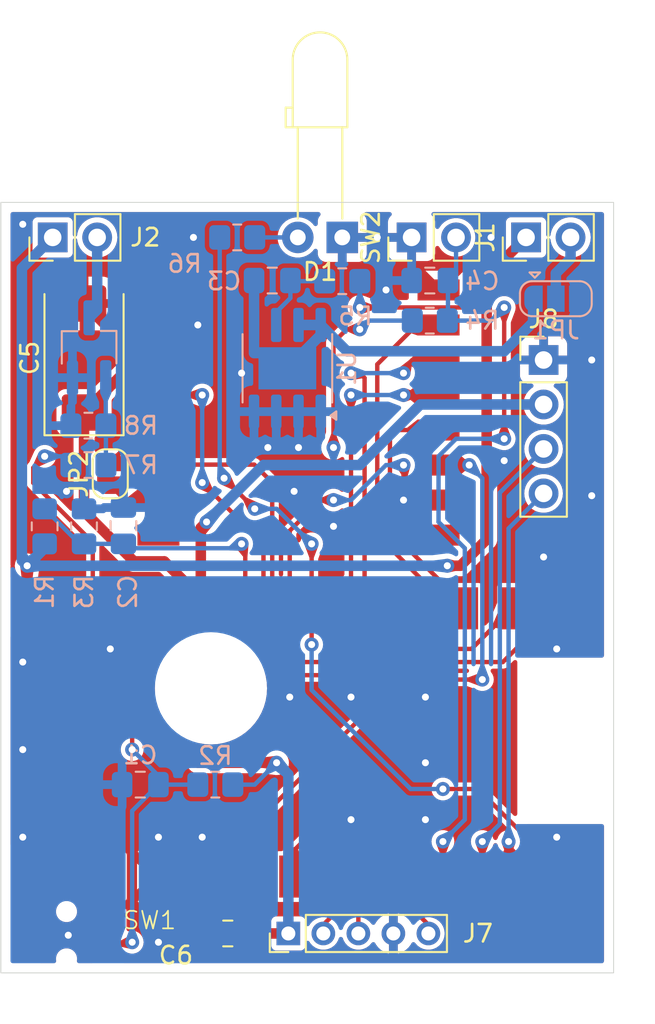
<source format=kicad_pcb>
(kicad_pcb (version 20240108) (generator "pcbnew") (generator_version "8.0")
  (layers (0 "F.Cu" signal) (31 "B.Cu" signal) (34 "B.Paste" user) (35 "F.Paste" user) (36 "B.SilkS" user "B.Silkscreen") (37 "F.SilkS" user "F.Silkscreen") (38 "B.Mask" user) (39 "F.Mask" user) (44 "Edge.Cuts" user))
  (net 0 "")
  (net 1 "/ADC_BATT")
  (net 2 "GND")
  (net 3 "-BATT")
  (net 4 "Net-(U1-VDD)")
  (net 5 "/DIO1")
  (net 6 "/MOSI")
  (net 7 "+BATT")
  (net 8 "/MISO")
  (net 9 "/RST")
  (net 10 "/SCK")
  (net 11 "/CS")
  (net 12 "/BUSY")
  (net 13 "+3.3V")
  (net 14 "/BTN_RST")
  (net 15 "/SCL")
  (net 16 "/BTN_USR")
  (net 17 "Net-(D1-A)")
  (net 18 "/SDA")
  (net 19 "/GPS_RX")
  (net 20 "Net-(JP1-A)")
  (net 21 "/LED_USR")
  (net 22 "Net-(T1-G)")
  (net 23 "/DIO2")
  (net 24 "/TXEN")
  (net 25 "/GPS_EN")
  (net 26 "/GPS_TX")
  (net 27 "/OUT_EXT")
  (net 28 "Net-(J2-Pin_2)")
  (net 29 "/RXEN")
  (footprint "SlotRa:SMD_Pad_Row_P2.54_13x1" (layer "F.Cu") (at 227.74 133.683331 -90)
    (property "Reference" "J3" (hide yes))
    (property "Value" "ControllerL")
    (pad "1" smd rect (at 0 0 270) (size 2.4 1.2) (layers "F.Cu" "F.Paste" "F.Mask") (net 9 "/RST"))
    (pad "2" smd rect (at 0 2.54 270) (size 2.4 1.2) (layers "F.Cu" "F.Paste" "F.Mask") (net 5 "/DIO1"))
    (pad "3" smd roundrect (at 0 5.079999 270) (size 2.4 1.2) (layers "F.Cu" "F.Paste" "F.Mask") (roundrect_rratio 0) (net 10 "/SCK"))
    (pad "4" smd roundrect (at 0 7.62 270) (size 2.4 1.2) (layers "F.Cu" "F.Paste" "F.Mask") (roundrect_rratio 0) (net 11 "/CS"))
    (pad "5" smd roundrect (at 0 10.16 270) (size 2.4 1.2) (layers "F.Cu" "F.Paste" "F.Mask") (roundrect_rratio 0) (net 6 "/MOSI"))
    (pad "6" smd roundrect (at 0 12.7 270) (size 2.4 1.2) (layers "F.Cu" "F.Paste" "F.Mask") (roundrect_rratio 0) (net 8 "/MISO"))
    (pad "7" smd roundrect (at 0 15.24 270) (size 2.4 1.2) (layers "F.Cu" "F.Paste" "F.Mask") (roundrect_rratio 0) (net 12 "/BUSY"))
    (pad "8" smd roundrect (at 0 17.780001 270) (size 2.4 1.2) (layers "F.Cu" "F.Paste" "F.Mask") (roundrect_rratio 0) (net 1 "/ADC_BATT"))
    (pad "9" smd roundrect (at 0 20.32 270) (size 2.4 1.2) (layers "F.Cu" "F.Paste" "F.Mask") (roundrect_rratio 0) (net 13 "+3.3V"))
    (pad "10" smd roundrect (at 0 22.86 270) (size 2.4 1.2) (layers "F.Cu" "F.Paste" "F.Mask") (roundrect_rratio 0) (net 14 "/BTN_RST"))
    (pad "11" smd roundrect (at 0 25.4 270) (size 2.4 1.2) (layers "F.Cu" "F.Paste" "F.Mask") (roundrect_rratio 0) (net 2 "GND"))
    (pad "12" smd roundrect (at 0 27.939999 270) (size 2.4 1.2) (layers "F.Cu" "F.Paste" "F.Mask") (roundrect_rratio 0))
    (pad "13" smd roundrect (at 0 30.48 270) (size 2.4 1.2) (layers "F.Cu" "F.Paste" "F.Mask") (roundrect_rratio 0) (net 7 "+BATT"))
  )
  (footprint "LED_THT:LED_D3.0mm_Horizontal_O6.35mm_Z10.0mm" (layer "F.Cu") (at 215.5 112.5 180)
    (property "Reference" "D1" (at 1.27 -1.96 180) (layer "F.SilkS"))
    (property "Value" "LED_White")
    (pad "1" thru_hole rect (at 0 0 180) (size 1.8 1.8) (drill 0.9) (layers "*.Cu" "*.Mask") (net 2 "GND"))
    (pad "2" thru_hole circle (at 2.54 0 180) (size 1.8 1.8) (drill 0.9) (layers "*.Cu" "*.Mask") (net 17 "Net-(D1-A)"))
  )
  (footprint "Capacitor_SMD:C_0805_2012Metric_Pad1.18x1.45mm_HandSolder" (layer "F.Cu") (at 208.9625 152.25)
    (property "Reference" "C6" (at -2.9625 1.25 0) (layer "F.SilkS"))
    (property "Value" "100nF")
    (pad "1" smd roundrect (at -1.0375 0) (size 1.175 1.45) (layers "F.Cu" "F.Paste" "F.Mask") (roundrect_rratio 0.212766) (net 2 "GND"))
    (pad "2" smd roundrect (at 1.0375 0) (size 1.175 1.45) (layers "F.Cu" "F.Paste" "F.Mask") (roundrect_rratio 0.212766) (net 13 "+3.3V"))
  )
  (footprint "Connector_PinHeader_2.54mm:PinHeader_1x04_P2.54mm_Vertical" (layer "F.Cu") (at 227 119.5)
    (property "Reference" "J8" (at 0 -2.33 0) (layer "F.SilkS"))
    (property "Value" "Conn_I2C")
    (pad "1" thru_hole rect (at 0 0) (size 1.7 1.7) (drill 1) (layers "*.Cu" "*.Mask") (net 2 "GND"))
    (pad "2" thru_hole oval (at 0 2.54) (size 1.7 1.7) (drill 1) (layers "*.Cu" "*.Mask") (net 13 "+3.3V"))
    (pad "3" thru_hole oval (at 0 5.08) (size 1.7 1.7) (drill 1) (layers "*.Cu" "*.Mask") (net 15 "/SCL"))
    (pad "4" thru_hole oval (at 0 7.62) (size 1.7 1.7) (drill 1) (layers "*.Cu" "*.Mask") (net 18 "/SDA"))
  )
  (footprint "SlotRa:SMD_Pad_Row_P2.54_13x1" (layer "F.Cu") (at 227.74 149 -90)
    (property "Reference" "J5" (hide yes))
    (property "Value" "ControllerR")
    (pad "1" smd rect (at 0 0 270) (size 2.4 1.2) (layers "F.Cu" "F.Paste" "F.Mask") (net 21 "/LED_USR"))
    (pad "2" smd rect (at 0 2.54 270) (size 2.4 1.2) (layers "F.Cu" "F.Paste" "F.Mask") (net 18 "/SDA"))
    (pad "3" smd roundrect (at 0 5.079999 270) (size 2.4 1.2) (layers "F.Cu" "F.Paste" "F.Mask") (roundrect_rratio 0) (net 15 "/SCL"))
    (pad "4" smd roundrect (at 0 7.62 270) (size 2.4 1.2) (layers "F.Cu" "F.Paste" "F.Mask") (roundrect_rratio 0) (net 16 "/BTN_USR"))
    (pad "5" smd roundrect (at 0 10.16 270) (size 2.4 1.2) (layers "F.Cu" "F.Paste" "F.Mask") (roundrect_rratio 0) (net 25 "/GPS_EN"))
    (pad "6" smd roundrect (at 0 12.7 270) (size 2.4 1.2) (layers "F.Cu" "F.Paste" "F.Mask") (roundrect_rratio 0) (net 26 "/GPS_TX"))
    (pad "7" smd roundrect (at 0 15.24 270) (size 2.4 1.2) (layers "F.Cu" "F.Paste" "F.Mask") (roundrect_rratio 0) (net 19 "/GPS_RX"))
    (pad "8" smd roundrect (at 0 17.780001 270) (size 2.4 1.2) (layers "F.Cu" "F.Paste" "F.Mask") (roundrect_rratio 0) (net 29 "/RXEN"))
    (pad "9" smd roundrect (at 0 20.32 270) (size 2.4 1.2) (layers "F.Cu" "F.Paste" "F.Mask") (roundrect_rratio 0) (net 2 "GND"))
    (pad "10" smd roundrect (at 0 22.86 270) (size 2.4 1.2) (layers "F.Cu" "F.Paste" "F.Mask") (roundrect_rratio 0) (net 2 "GND"))
    (pad "11" smd roundrect (at 0 25.4 270) (size 2.4 1.2) (layers "F.Cu" "F.Paste" "F.Mask") (roundrect_rratio 0) (net 27 "/OUT_EXT"))
    (pad "12" smd roundrect (at 0 27.939999 270) (size 2.4 1.2) (layers "F.Cu" "F.Paste" "F.Mask") (roundrect_rratio 0))
    (pad "13" smd roundrect (at 0 30.48 270) (size 2.4 1.2) (layers "F.Cu" "F.Paste" "F.Mask") (roundrect_rratio 0) (net 2 "GND"))
  )
  (footprint "SlotRa:SMD_Pad_Row_P2.00_8x1_longer" (layer "F.Cu") (at 205 115.5)
    (property "Reference" "J4" (hide yes))
    (property "Value" "ModemL")
    (pad "1" smd rect (at 0.5 0) (size 3.4 1.2) (layers "F.Cu" "F.Paste" "F.Mask"))
    (pad "2" smd rect (at 0 2) (size 2.4 1.2) (layers "F.Cu" "F.Paste" "F.Mask") (net 2 "GND"))
    (pad "3" smd rect (at 0 4) (size 2.4 1.2) (layers "F.Cu" "F.Paste" "F.Mask") (net 13 "+3.3V"))
    (pad "4" smd rect (at 0 6) (size 2.4 1.2) (layers "F.Cu" "F.Paste" "F.Mask") (net 9 "/RST"))
    (pad "5" smd rect (at 0 8) (size 2.4 1.2) (layers "F.Cu" "F.Paste" "F.Mask") (net 24 "/TXEN"))
    (pad "6" smd rect (at 0 10) (size 2.4 1.2) (layers "F.Cu" "F.Paste" "F.Mask") (net 5 "/DIO1"))
    (pad "7" smd rect (at 0 12) (size 2.4 1.2) (layers "F.Cu" "F.Paste" "F.Mask") (net 23 "/DIO2"))
    (pad "8" smd rect (at 0 14) (size 2.4 1.2) (layers "F.Cu" "F.Paste" "F.Mask"))
  )
  (footprint "SlotRa:KLS7-TS6335" (layer "F.Cu") (at 199.75 152.35)
    (property "Reference" "SW1" (at 4.75 -0.85 0) (layer "F.SilkS") (effects (font (thickness 0.1))))
    (property "Value" "ButRst")
    (pad "" np_thru_hole circle (at 0 -1.35) (size 0.7 0.7) (drill 0.7) (layers "F&B.Cu" "*.Mask"))
    (pad "" np_thru_hole circle (at 0 1.35) (size 0.7 0.7) (drill 0.7) (layers "F&B.Cu" "*.Mask"))
    (pad "1" smd rect (at -2.375 -0.85) (size 1.1 0.91) (layers "F.Cu" "F.Paste" "F.Mask") (net 2 "GND"))
    (pad "1" smd rect (at 2.375 -0.85) (size 1.1 0.95) (layers "F.Cu" "F.Paste" "F.Mask") (net 2 "GND"))
    (pad "2" smd rect (at -2.375 0.85) (size 1.1 0.91) (layers "F.Cu" "F.Paste" "F.Mask") (net 14 "/BTN_RST"))
    (pad "2" smd rect (at 2.375 0.85) (size 1.1 0.95) (layers "F.Cu" "F.Paste" "F.Mask") (net 14 "/BTN_RST"))
  )
  (footprint "Capacitor_Tantalum_SMD:CP_EIA-7343-31_Kemet-D" (layer "F.Cu") (at 200.75 119.3875 90)
    (property "Reference" "C5" (at 0 -3.1 90) (layer "F.SilkS"))
    (property "Value" "100u 6.3V")
    (pad "1" smd roundrect (at -3.1125 0 90) (size 2.075 2.55) (layers "F.Cu" "F.Paste" "F.Mask") (roundrect_rratio 0.120482) (net 13 "+3.3V"))
    (pad "2" smd roundrect (at 3.1125 0 90) (size 2.075 2.55) (layers "F.Cu" "F.Paste" "F.Mask") (roundrect_rratio 0.120482) (net 2 "GND"))
  )
  (footprint "Connector_PinHeader_2.54mm:PinHeader_1x02_P2.54mm_Vertical" (layer "F.Cu") (at 219.46 112.5 90)
    (property "Reference" "SW2" (at 0 -2.33 90) (layer "F.SilkS"))
    (property "Value" "ButUsr")
    (pad "1" thru_hole rect (at 0 0 90) (size 1.7 1.7) (drill 1) (layers "*.Cu" "*.Mask") (net 2 "GND"))
    (pad "2" thru_hole oval (at 0 2.54 90) (size 1.7 1.7) (drill 1) (layers "*.Cu" "*.Mask") (net 16 "/BTN_USR"))
  )
  (footprint "Connector_PinHeader_2.00mm:PinHeader_1x05_P2.00mm_Vertical" (layer "F.Cu") (at 212.420001 152.25 90)
    (property "Reference" "J7" (at 0 10.829999 180) (layer "F.SilkS"))
    (property "Value" "Conn_GPS")
    (pad "1" thru_hole rect (at 0 0 90) (size 1.35 1.35) (drill 0.8) (layers "*.Cu" "*.Mask") (net 13 "+3.3V"))
    (pad "2" thru_hole oval (at 0 2 90) (size 1.35 1.35) (drill 0.8) (layers "*.Cu" "*.Mask") (net 26 "/GPS_TX"))
    (pad "3" thru_hole oval (at 0 4 90) (size 1.35 1.35) (drill 0.8) (layers "*.Cu" "*.Mask") (net 19 "/GPS_RX"))
    (pad "4" thru_hole oval (at 0 6 90) (size 1.35 1.35) (drill 0.8) (layers "*.Cu" "*.Mask") (net 2 "GND"))
    (pad "5" thru_hole oval (at 0 8 90) (size 1.35 1.35) (drill 0.8) (layers "*.Cu" "*.Mask") (net 25 "/GPS_EN"))
  )
  (footprint "Jumper:SolderJumper-2_P1.3mm_Open_RoundedPad1.0x1.5mm" (layer "F.Cu") (at 202.25 126 90)
    (property "Reference" "JP2" (at 0 -1.8 90) (layer "F.SilkS"))
    (property "Value" "JP-TX-DIO2")
    (pad "1" smd custom (at -0.65 0 90) (size 1 0.5) (layers "F.Cu" "F.Mask") (net 23 "/DIO2") (options (clearance outline) (anchor rect)) (primitives (gr_circle (center 0 0.25) (end 0.5 0.25) (width 0) (fill yes)) (gr_circle (center 0 -0.25) (end 0.5 -0.25) (width 0) (fill yes)) (gr_poly (pts (xy 0.5 0.75) (xy 0 0.75) (xy 0 -0.75) (xy 0.5 -0.75)) (width 0) (fill yes))))
    (pad "2" smd custom (at 0.65 0 90) (size 1 0.5) (layers "F.Cu" "F.Mask") (net 24 "/TXEN") (options (clearance outline) (anchor rect)) (primitives (gr_circle (center 0 0.25) (end 0.5 0.25) (width 0) (fill yes)) (gr_circle (center 0 -0.25) (end 0.5 -0.25) (width 0) (fill yes)) (gr_poly (pts (xy 0 0.75) (xy -0.5 0.75) (xy -0.5 -0.75) (xy 0 -0.75)) (width 0) (fill yes))))
  )
  (footprint "Connector_PinHeader_2.54mm:PinHeader_1x02_P2.54mm_Vertical" (layer "F.Cu") (at 226 112.5 90)
    (property "Reference" "J1" (at 0 -2.33 90) (layer "F.SilkS"))
    (property "Value" "PinsBatt")
    (pad "1" thru_hole rect (at 0 0 90) (size 1.7 1.7) (drill 1) (layers "*.Cu" "*.Mask") (net 7 "+BATT"))
    (pad "2" thru_hole oval (at 0 2.54 90) (size 1.7 1.7) (drill 1) (layers "*.Cu" "*.Mask") (net 3 "-BATT"))
  )
  (footprint "SlotRa:SMD_Pad_Row_P2.00_8x1" (layer "F.Cu") (at 221 115.5)
    (property "Reference" "J6" (hide yes))
    (property "Value" "ModemR")
    (pad "1" smd rect (at 0 0) (size 2.4 1.2) (layers "F.Cu" "F.Paste" "F.Mask") (net 2 "GND"))
    (pad "2" smd rect (at 0 2) (size 2.4 1.2) (layers "F.Cu" "F.Paste" "F.Mask") (net 11 "/CS"))
    (pad "3" smd rect (at 0 4) (size 2.4 1.2) (layers "F.Cu" "F.Paste" "F.Mask") (net 6 "/MOSI"))
    (pad "4" smd rect (at 0 6) (size 2.4 1.2) (layers "F.Cu" "F.Paste" "F.Mask") (net 8 "/MISO"))
    (pad "5" smd rect (at 0 8) (size 2.4 1.2) (layers "F.Cu" "F.Paste" "F.Mask") (net 10 "/SCK"))
    (pad "6" smd rect (at 0 10) (size 2.4 1.2) (layers "F.Cu" "F.Paste" "F.Mask") (net 29 "/RXEN"))
    (pad "7" smd rect (at 0 12) (size 2.4 1.2) (layers "F.Cu" "F.Paste" "F.Mask") (net 12 "/BUSY"))
    (pad "8" smd rect (at 0 14) (size 2.4 1.2) (layers "F.Cu" "F.Paste" "F.Mask") (net 2 "GND"))
  )
  (footprint "SlotRa:MountingHole_5.3mm_M5" (layer "F.Cu") (at 208 138.25)
    (property "Reference" "REF**" (hide yes))
    (property "Value" "MountingHole_5.3mm_M5" (hide yes))
    (pad "" np_thru_hole circle (at 0 0) (size 5.3 5.3) (drill 5.3) (layers "*.Cu" "*.Mask"))
  )
  (footprint "Connector_PinHeader_2.54mm:PinHeader_1x02_P2.54mm_Vertical" (layer "F.Cu") (at 198.96 112.499999 90)
    (property "Reference" "J2" (at -0.000001 5.29 180) (layer "F.SilkS"))
    (property "Value" "Conn_Out_Ext")
    (pad "1" thru_hole rect (at 0 0 90) (size 1.7 1.7) (drill 1) (layers "*.Cu" "*.Mask") (net 7 "+BATT"))
    (pad "2" thru_hole oval (at 0 2.54 90) (size 1.7 1.7) (drill 1) (layers "*.Cu" "*.Mask") (net 28 "Net-(J2-Pin_2)"))
  )
  (footprint "Package_SO:SOIC-8-1EP_3.9x4.9mm_P1.27mm_EP2.41x3.3mm" (layer "B.Cu") (at 212.365 119.975 90)
    (property "Reference" "U1" (at 0 3.4 90) (layer "B.SilkS") (effects (justify mirror)))
    (property "Value" "XB8089D0")
    (pad "1" smd roundrect (at -2.475 1.905 90) (size 1.95 0.6) (layers "B.Cu" "B.Paste" "B.Mask") (net 2 "GND"))
    (pad "2" smd roundrect (at -2.475 0.635 90) (size 1.95 0.6) (layers "B.Cu" "B.Paste" "B.Mask") (net 2 "GND"))
    (pad "3" smd roundrect (at -2.475 -0.635 90) (size 1.95 0.6) (layers "B.Cu" "B.Paste" "B.Mask") (net 2 "GND"))
    (pad "4" smd roundrect (at -2.475 -1.905 90) (size 1.95 0.6) (layers "B.Cu" "B.Paste" "B.Mask") (net 2 "GND"))
    (pad "5" smd roundrect (at 2.475 -1.905 90) (size 1.95 0.6) (layers "B.Cu" "B.Paste" "B.Mask") (net 20 "Net-(JP1-A)"))
    (pad "6" smd roundrect (at 2.475 -0.635 90) (size 1.95 0.6) (layers "B.Cu" "B.Paste" "B.Mask") (net 4 "Net-(U1-VDD)"))
    (pad "7" smd roundrect (at 2.475 0.635 90) (size 1.95 0.6) (layers "B.Cu" "B.Paste" "B.Mask") (net 20 "Net-(JP1-A)"))
    (pad "8" smd roundrect (at 2.475 1.905 90) (size 1.95 0.6) (layers "B.Cu" "B.Paste" "B.Mask") (net 20 "Net-(JP1-A)"))
    (pad "9" smd rect (at 0 0 90) (size 2.41 3.3) (property pad_prop_heatsink) (layers "B.Cu" "B.Mask") (net 20 "Net-(JP1-A)"))
  )
  (footprint "Capacitor_SMD:C_0805_2012Metric_Pad1.18x1.45mm_HandSolder" (layer "B.Cu") (at 211.5 114.9625)
    (property "Reference" "C3" (at -2.75 0.0375 0) (layer "B.SilkS") (effects (justify mirror)))
    (property "Value" "100nF")
    (pad "1" smd roundrect (at -1.0375 0) (size 1.175 1.45) (layers "B.Cu" "B.Paste" "B.Mask") (roundrect_rratio 0.212766) (net 20 "Net-(JP1-A)"))
    (pad "2" smd roundrect (at 1.0375 0) (size 1.175 1.45) (layers "B.Cu" "B.Paste" "B.Mask") (roundrect_rratio 0.212766) (net 4 "Net-(U1-VDD)"))
  )
  (footprint "Resistor_SMD:R_0805_2012Metric_Pad1.20x1.40mm_HandSolder" (layer "B.Cu") (at 220.5 117.25 180)
    (property "Reference" "R4" (at -3 0 180) (layer "B.SilkS") (effects (justify mirror)))
    (property "Value" "10k")
    (pad "1" smd roundrect (at -1 0 180) (size 1.2 1.4) (layers "B.Cu" "B.Paste" "B.Mask") (roundrect_rratio 0.208333) (net 16 "/BTN_USR"))
    (pad "2" smd roundrect (at 1 0 180) (size 1.2 1.4) (layers "B.Cu" "B.Paste" "B.Mask") (roundrect_rratio 0.208333) (net 13 "+3.3V"))
  )
  (footprint "Capacitor_SMD:C_0805_2012Metric_Pad1.18x1.45mm_HandSolder" (layer "B.Cu") (at 203 128.9625 90)
    (property "Reference" "C2" (at -3.7875 0.25 90) (layer "B.SilkS") (effects (justify mirror)))
    (property "Value" "100nF")
    (pad "1" smd roundrect (at -1.0375 0 90) (size 1.175 1.45) (layers "B.Cu" "B.Paste" "B.Mask") (roundrect_rratio 0.212766) (net 1 "/ADC_BATT"))
    (pad "2" smd roundrect (at 1.0375 0 90) (size 1.175 1.45) (layers "B.Cu" "B.Paste" "B.Mask") (roundrect_rratio 0.212766) (net 2 "GND"))
  )
  (footprint "Resistor_SMD:R_0805_2012Metric_Pad1.20x1.40mm_HandSolder" (layer "B.Cu") (at 201 123.25)
    (property "Reference" "R8" (at 3 0 0) (layer "B.SilkS") (effects (justify mirror)))
    (property "Value" "10k")
    (pad "1" smd roundrect (at -1 0) (size 1.2 1.4) (layers "B.Cu" "B.Paste" "B.Mask") (roundrect_rratio 0.208333) (net 2 "GND"))
    (pad "2" smd roundrect (at 1 0) (size 1.2 1.4) (layers "B.Cu" "B.Paste" "B.Mask") (roundrect_rratio 0.208333) (net 22 "Net-(T1-G)"))
  )
  (footprint "Resistor_SMD:R_0805_2012Metric_Pad1.20x1.40mm_HandSolder" (layer "B.Cu") (at 201 125.5 180)
    (property "Reference" "R7" (at -3 0 180) (layer "B.SilkS") (effects (justify mirror)))
    (property "Value" "100")
    (pad "1" smd roundrect (at -1 0 180) (size 1.2 1.4) (layers "B.Cu" "B.Paste" "B.Mask") (roundrect_rratio 0.208333) (net 22 "Net-(T1-G)"))
    (pad "2" smd roundrect (at 1 0 180) (size 1.2 1.4) (layers "B.Cu" "B.Paste" "B.Mask") (roundrect_rratio 0.208333) (net 27 "/OUT_EXT"))
  )
  (footprint "Resistor_SMD:R_0805_2012Metric_Pad1.20x1.40mm_HandSolder" (layer "B.Cu") (at 209.5 112.5)
    (property "Reference" "R6" (at -3 1.5 0) (layer "B.SilkS") (effects (justify mirror)))
    (property "Value" "270")
    (pad "1" smd roundrect (at -1 0) (size 1.2 1.4) (layers "B.Cu" "B.Paste" "B.Mask") (roundrect_rratio 0.208333) (net 21 "/LED_USR"))
    (pad "2" smd roundrect (at 1 0) (size 1.2 1.4) (layers "B.Cu" "B.Paste" "B.Mask") (roundrect_rratio 0.208333) (net 17 "Net-(D1-A)"))
  )
  (footprint "Capacitor_SMD:C_0805_2012Metric_Pad1.18x1.45mm_HandSolder" (layer "B.Cu") (at 220.5 114.9625)
    (property "Reference" "C4" (at 3 0.0375 0) (layer "B.SilkS") (effects (justify mirror)))
    (property "Value" "100nF")
    (pad "1" smd roundrect (at -1.0375 0) (size 1.175 1.45) (layers "B.Cu" "B.Paste" "B.Mask") (roundrect_rratio 0.212766) (net 2 "GND"))
    (pad "2" smd roundrect (at 1.0375 0) (size 1.175 1.45) (layers "B.Cu" "B.Paste" "B.Mask") (roundrect_rratio 0.212766) (net 16 "/BTN_USR"))
  )
  (footprint "Resistor_SMD:R_0805_2012Metric_Pad1.20x1.40mm_HandSolder" (layer "B.Cu") (at 198.5 129 90)
    (property "Reference" "R1" (at -3.75 0 90) (layer "B.SilkS") (effects (justify mirror)))
    (property "Value" "1M")
    (pad "1" smd roundrect (at -1 0 90) (size 1.2 1.4) (layers "B.Cu" "B.Paste" "B.Mask") (roundrect_rratio 0.208333) (net 7 "+BATT"))
    (pad "2" smd roundrect (at 1 0 90) (size 1.2 1.4) (layers "B.Cu" "B.Paste" "B.Mask") (roundrect_rratio 0.208333) (net 1 "/ADC_BATT"))
  )
  (footprint "Resistor_SMD:R_0805_2012Metric_Pad1.20x1.40mm_HandSolder" (layer "B.Cu") (at 208.25 143.75 180)
    (property "Reference" "R2" (at 0 1.65 180) (layer "B.SilkS") (effects (justify mirror)))
    (property "Value" "10k")
    (pad "1" smd roundrect (at -1 0 180) (size 1.2 1.4) (layers "B.Cu" "B.Paste" "B.Mask") (roundrect_rratio 0.208333) (net 13 "+3.3V"))
    (pad "2" smd roundrect (at 1 0 180) (size 1.2 1.4) (layers "B.Cu" "B.Paste" "B.Mask") (roundrect_rratio 0.208333) (net 14 "/BTN_RST"))
  )
  (footprint "Jumper:SolderJumper-3_P1.3mm_Open_RoundedPad1.0x1.5mm" (layer "B.Cu") (at 227.7 116)
    (property "Reference" "JP1" (at 0 1.8 0) (layer "B.SilkS") (effects (justify mirror)))
    (property "Value" "JP-EnableProt")
    (pad "1" smd custom (at -1.3 0) (size 1 0.5) (layers "B.Cu" "B.Mask") (net 20 "Net-(JP1-A)") (options (clearance outline) (anchor rect)) (primitives (gr_circle (center 0 -0.25) (end 0.5 -0.25) (width 0) (fill yes)) (gr_circle (center 0 0.25) (end 0.5 0.25) (width 0) (fill yes)) (gr_poly (pts (xy 0.55 -0.75) (xy 0 -0.75) (xy 0 0.75) (xy 0.55 0.75)) (width 0) (fill yes))))
    (pad "2" smd rect (at 0 0) (size 1 1.5) (layers "B.Cu" "B.Mask") (net 3 "-BATT"))
    (pad "3" smd custom (at 1.3 0) (size 1 0.5) (layers "B.Cu" "B.Mask") (net 2 "GND") (options (clearance outline) (anchor rect)) (primitives (gr_circle (center 0 -0.25) (end 0.5 -0.25) (width 0) (fill yes)) (gr_circle (center 0 0.25) (end 0.5 0.25) (width 0) (fill yes)) (gr_poly (pts (xy 0 -0.75) (xy -0.55 -0.75) (xy -0.55 0.75) (xy 0 0.75)) (width 0) (fill yes))))
  )
  (footprint "Resistor_SMD:R_0805_2012Metric_Pad1.20x1.40mm_HandSolder" (layer "B.Cu") (at 200.75 129 90)
    (property "Reference" "R3" (at -3.75 0 90) (layer "B.SilkS") (effects (justify mirror)))
    (property "Value" "1.5M")
    (pad "1" smd roundrect (at -1 0 90) (size 1.2 1.4) (layers "B.Cu" "B.Paste" "B.Mask") (roundrect_rratio 0.208333) (net 1 "/ADC_BATT"))
    (pad "2" smd roundrect (at 1 0 90) (size 1.2 1.4) (layers "B.Cu" "B.Paste" "B.Mask") (roundrect_rratio 0.208333) (net 2 "GND"))
  )
  (footprint "SlotRa:TSOT-23_HandSoldering_Updated" (layer "B.Cu") (at 201.240002 118.799998 -90)
    (property "Reference" "T1" (hide yes))
    (property "Value" "SI2312")
    (pad "1" smd roundrect (at -1.71 0.2 90) (size 2 0.65) (layers "B.Cu" "B.Paste" "B.Mask") (net 28 "Net-(J2-Pin_2)"))
    (pad "2" smd roundrect (at 1.710001 -0.75 90) (size 2 0.65) (layers "B.Cu" "B.Paste" "B.Mask") (net 22 "Net-(T1-G)"))
    (pad "3" smd roundrect (at 1.71 1.15 90) (size 2 0.65) (layers "B.Cu" "B.Paste" "B.Mask") (net 2 "GND"))
  )
  (footprint "Capacitor_SMD:C_0805_2012Metric_Pad1.18x1.45mm_HandSolder" (layer "B.Cu") (at 203.9625 143.75 180)
    (property "Reference" "C1" (at 0 1.68 180) (layer "B.SilkS") (effects (justify mirror)))
    (property "Value" "100nF")
    (pad "1" smd roundrect (at -1.0375 0 180) (size 1.175 1.45) (layers "B.Cu" "B.Paste" "B.Mask") (roundrect_rratio 0.212766) (net 14 "/BTN_RST"))
    (pad "2" smd roundrect (at 1.0375 0 180) (size 1.175 1.45) (layers "B.Cu" "B.Paste" "B.Mask") (roundrect_rratio 0.212766) (net 2 "GND"))
  )
  (footprint "Resistor_SMD:R_0805_2012Metric_Pad1.20x1.40mm_HandSolder" (layer "B.Cu") (at 215.5 115)
    (property "Reference" "R5" (at 0.75 2 0) (layer "B.SilkS") (effects (justify mirror)))
    (property "Value" "1k")
    (pad "1" smd roundrect (at -1 0) (size 1.2 1.4) (layers "B.Cu" "B.Paste" "B.Mask") (roundrect_rratio 0.208333) (net 4 "Net-(U1-VDD)"))
    (pad "2" smd roundrect (at 1 0) (size 1.2 1.4) (layers "B.Cu" "B.Paste" "B.Mask") (roundrect_rratio 0.208333) (net 7 "+BATT"))
  )
  (gr_rect (start 196 110.5) (end 231 154.5) (stroke (width 0.05)) (fill none) (layer "Edge.Cuts"))
  (segment (start 209.75 130) (end 209.959999 130.209999) (width 0.25) (layer "F.Cu") (net 1))
  (segment (start 209.959999 130.209999) (end 209.959999 133.683331) (width 0.25) (layer "F.Cu") (net 1))
  (via (at 209.75 130) (size 0.8) (drill 0.4) (layers "F.Cu" "B.Cu") (net 1))
  (segment (start 203.25 130.25) (end 203 130) (width 0.25) (layer "B.Cu") (net 1))
  (segment (start 200.75 130) (end 203 130) (width 0.25) (layer "B.Cu") (net 1))
  (segment (start 198.5 128) (end 200.5 130) (width 0.25) (layer "B.Cu") (net 1))
  (segment (start 200.5 130) (end 200.75 130) (width 0.25) (layer "B.Cu") (net 1))
  (segment (start 209.5 130.25) (end 203.25 130.25) (width 0.25) (layer "B.Cu") (net 1))
  (segment (start 209.75 130) (end 209.5 130.25) (width 0.25) (layer "B.Cu") (net 1))
  (segment (start 202.25 136) (end 202.25 133.773331) (width 0.5) (layer "F.Cu") (net 2))
  (segment (start 197.375 151.5) (end 199 151.5) (width 0.25) (layer "F.Cu") (net 2))
  (segment (start 202.125 151.5) (end 200.7 151.5) (width 0.25) (layer "F.Cu") (net 2))
  (segment (start 199 151.5) (end 199.85 152.35) (width 0.25) (layer "F.Cu") (net 2))
  (segment (start 200.7 151.5) (end 199.85 152.35) (width 0.25) (layer "F.Cu") (net 2))
  (segment (start 201.975 117.5) (end 205 117.5) (width 0.6) (layer "F.Cu") (net 2))
  (segment (start 220.4 129.5) (end 221 129.5) (width 0.25) (layer "F.Cu") (net 2))
  (segment (start 219 127.5) (end 219 128.1) (width 0.25) (layer "F.Cu") (net 2))
  (segment (start 205 117.5) (end 207.25 117.5) (width 0.6) (layer "F.Cu") (net 2))
  (segment (start 202.25 133.773331) (end 202.34 133.683331) (width 0.5) (layer "F.Cu") (net 2))
  (segment (start 200.75 116.275) (end 201.975 117.5) (width 0.6) (layer "F.Cu") (net 2))
  (segment (start 219 128.1) (end 220.4 129.5) (width 0.25) (layer "F.Cu") (net 2))
  (via (at 211.25 124.5) (size 0.8) (drill 0.4) (layers "F.Cu" "B.Cu") (net 2))
  (via (at 212.5 138.75) (size 0.8) (drill 0.4) (layers "F.Cu" "B.Cu") (net 2))
  (via (at 224.75 125.25) (size 0.8) (drill 0.4) (layers "F.Cu" "B.Cu") (net 2))
  (via (at 215 129) (size 0.8) (drill 0.4) (layers "F.Cu" "B.Cu") (net 2))
  (via (at 227.75 146.75) (size 0.8) (drill 0.4) (layers "F.Cu" "B.Cu") (net 2))
  (via (at 216 138.75) (size 0.8) (drill 0.4) (layers "F.Cu" "B.Cu") (net 2))
  (via (at 207 112.5) (size 0.8) (drill 0.4) (layers "F.Cu" "B.Cu") (net 2))
  (via (at 220.25 142.5) (size 0.8) (drill 0.4) (layers "F.Cu" "B.Cu") (net 2))
  (via (at 197.25 111.75) (size 0.8) (drill 0.4) (layers "F.Cu" "B.Cu") (net 2))
  (via (at 216 145.75) (size 0.8) (drill 0.4) (layers "F.Cu" "B.Cu") (net 2))
  (via (at 218 115.5) (size 0.8) (drill 0.4) (layers "F.Cu" "B.Cu") (net 2))
  (via (at 224 112.5) (size 0.8) (drill 0.4) (layers "F.Cu" "B.Cu") (net 2))
  (via (at 219 127.5) (size 0.8) (drill 0.4) (layers "F.Cu" "B.Cu") (net 2))
  (via (at 197.25 136.75) (size 0.8) (drill 0.4) (layers "F.Cu" "B.Cu") (net 2))
  (via (at 197.25 141.75) (size 0.8) (drill 0.4) (layers "F.Cu" "B.Cu") (net 2))
  (via (at 202.25 136.001) (size 0.8) (drill 0.4) (layers "F.Cu" "B.Cu") (net 2))
  (via (at 209.75 120.25) (size 0.8) (drill 0.4) (layers "F.Cu" "B.Cu") (net 2))
  (via (at 217.5 112.5) (size 0.8) (drill 0.4) (layers "F.Cu" "B.Cu") (net 2))
  (via (at 199.75 127) (size 0.8) (drill 0.4) (layers "F.Cu" "B.Cu") (net 2))
  (via (at 220.25 138.75) (size 0.8) (drill 0.4) (layers "F.Cu" "B.Cu") (net 2))
  (via (at 213 124.5) (size 0.8) (drill 0.4) (layers "F.Cu" "B.Cu") (net 2))
  (via (at 220.25 145.75) (size 0.8) (drill 0.4) (layers "F.Cu" "B.Cu") (net 2))
  (via (at 229.75 127.25) (size 0.8) (drill 0.4) (layers "F.Cu" "B.Cu") (net 2))
  (via (at 207.5 146.75) (size 0.8) (drill 0.4) (layers "F.Cu" "B.Cu") (net 2))
  (via (at 212.75 127) (size 0.8) (drill 0.4) (layers "F.Cu" "B.Cu") (net 2))
  (via (at 197.25 146.75) (size 0.8) (drill 0.4) (layers "F.Cu" "B.Cu") (net 2))
  (via (at 199.85 152.35) (size 0.8) (drill 0.4) (layers "F.Cu" "B.Cu") (net 2))
  (via (at 207.25 117.5) (size 0.8) (drill 0.4) (layers "F.Cu" "B.Cu") (net 2))
  (via (at 229.75 119.5) (size 0.8) (drill 0.4) (layers "F.Cu" "B.Cu") (net 2))
  (via (at 205 152.75) (size 0.8) (drill 0.4) (layers "F.Cu" "B.Cu") (net 2))
  (via (at 205 146.75) (size 0.8) (drill 0.4) (layers "F.Cu" "B.Cu") (net 2))
  (via (at 227.75 136) (size 0.8) (drill 0.4) (layers "F.Cu" "B.Cu") (net 2))
  (via (at 227 130.75) (size 0.8) (drill 0.4) (layers "F.Cu" "B.Cu") (net 2))
  (segment (start 227.7 114.55) (end 228.54 113.71) (width 0.6) (layer "B.Cu") (net 3))
  (segment (start 227.7 116) (end 227.7 114.55) (width 0.6) (layer "B.Cu") (net 3))
  (segment (start 228.54 113.71) (end 228.54 112.5) (width 0.6) (layer "B.Cu") (net 3))
  (segment (start 211.73 116.77) (end 212.5375 115.9625) (width 0.25) (layer "B.Cu") (net 4))
  (segment (start 211.73 117.5) (end 211.73 116.77) (width 0.25) (layer "B.Cu") (net 4))
  (segment (start 212.575 115) (end 212.5375 114.9625) (width 0.25) (layer "B.Cu") (net 4))
  (segment (start 212.5375 115.9625) (end 212.5375 114.9625) (width 0.25) (layer "B.Cu") (net 4))
  (segment (start 214.5 115) (end 212.575 115) (width 0.25) (layer "B.Cu") (net 4))
  (segment (start 216.25 136) (end 222.883331 136) (width 0.25) (layer "F.Cu") (net 5))
  (segment (start 205 125.5) (end 205.025 125.475) (width 0.25) (layer "F.Cu") (net 5))
  (segment (start 205.025 125.475) (end 210.475 125.475) (width 0.25) (layer "F.Cu") (net 5))
  (segment (start 210.475 125.475) (end 211.5 126.5) (width 0.25) (layer "F.Cu") (net 5))
  (segment (start 222.883331 136) (end 225.2 133.683331) (width 0.25) (layer "F.Cu") (net 5))
  (segment (start 211.5 126.5) (end 211.5 135.75) (width 0.25) (layer "F.Cu") (net 5))
  (segment (start 215.5 136.75) (end 216.25 136) (width 0.25) (layer "F.Cu") (net 5))
  (segment (start 212.5 136.75) (end 215.5 136.75) (width 0.25) (layer "F.Cu") (net 5))
  (segment (start 211.5 135.75) (end 212.5 136.75) (width 0.25) (layer "F.Cu") (net 5))
  (segment (start 219.5 119.5) (end 221 119.5) (width 0.25) (layer "F.Cu") (net 6))
  (segment (start 216.775 132.878331) (end 217.58 133.683331) (width 0.25) (layer "F.Cu") (net 6))
  (segment (start 216 120.25) (end 216.5 120.25) (width 0.25) (layer "F.Cu") (net 6))
  (segment (start 217.58 133.683331) (end 217.58 133.08) (width 0.25) (layer "F.Cu") (net 6))
  (segment (start 219 120.5) (end 219 120) (width 0.25) (layer "F.Cu") (net 6))
  (segment (start 219 120) (end 219.5 119.5) (width 0.25) (layer "F.Cu") (net 6))
  (segment (start 216.775 120.525) (end 216.775 132.878331) (width 0.25) (layer "F.Cu") (net 6))
  (segment (start 216.5 120.25) (end 216.775 120.525) (width 0.25) (layer "F.Cu") (net 6))
  (via (at 216 120.25) (size 0.8) (drill 0.4) (layers "F.Cu" "B.Cu") (net 6))
  (via (at 219 120.25) (size 0.8) (drill 0.4) (layers "F.Cu" "B.Cu") (net 6))
  (segment (start 216 120.25) (end 219 120.25) (width 0.25) (layer "B.Cu") (net 6))
  (segment (start 223.5 116.5) (end 223.75 116.25) (width 0.25) (layer "F.Cu") (net 7))
  (segment (start 223.75 114.75) (end 223.75 116.25) (width 0.6) (layer "F.Cu") (net 7))
  (segment (start 197.5 131.25) (end 197.5 133.443331) (width 0.6) (layer "F.Cu") (net 7))
  (segment (start 223.75 129.75) (end 222.25 131.25) (width 0.6) (layer "F.Cu") (net 7))
  (segment (start 222.25 131.25) (end 221.5 131.25) (width 0.6) (layer "F.Cu") (net 7))
  (segment (start 216.5 116.5) (end 223.5 116.5) (width 0.25) (layer "F.Cu") (net 7))
  (segment (start 223.75 116.25) (end 223.75 129.75) (width 0.6) (layer "F.Cu") (net 7))
  (segment (start 226 112.5) (end 223.75 114.75) (width 0.6) (layer "F.Cu") (net 7))
  (segment (start 197.5 133.443331) (end 197.26 133.683331) (width 0.6) (layer "F.Cu") (net 7))
  (via (at 221.5 131.25) (size 0.8) (drill 0.4) (layers "F.Cu" "B.Cu") (net 7))
  (via (at 216.5 116.5) (size 0.8) (drill 0.4) (layers "F.Cu" "B.Cu") (net 7))
  (via (at 197.5 131.25) (size 0.8) (drill 0.4) (layers "F.Cu" "B.Cu") (net 7))
  (segment (start 198.5 130) (end 198.5 130.25) (width 0.6) (layer "B.Cu") (net 7))
  (segment (start 197.2 114.259999) (end 198.96 112.499999) (width 0.6) (layer "B.Cu") (net 7))
  (segment (start 197.5 131.25) (end 197.2 130.95) (width 0.6) (layer "B.Cu") (net 7))
  (segment (start 221.5 131.25) (end 197.5 131.25) (width 0.6) (layer "B.Cu") (net 7))
  (segment (start 197.2 130.95) (end 197.2 114.259999) (width 0.6) (layer "B.Cu") (net 7))
  (segment (start 216.5 115) (end 216.5 116.5) (width 0.25) (layer "B.Cu") (net 7))
  (segment (start 198.5 130.25) (end 197.5 131.25) (width 0.6) (layer "B.Cu") (net 7))
  (segment (start 216 132) (end 216 121.5) (width 0.25) (layer "F.Cu") (net 8))
  (segment (start 215.04 132.96) (end 216 132) (width 0.25) (layer "F.Cu") (net 8))
  (segment (start 215.04 133.683331) (end 215.04 132.96) (width 0.25) (layer "F.Cu") (net 8))
  (segment (start 219 121.5) (end 221 121.5) (width 0.25) (layer "F.Cu") (net 8))
  (via (at 216 121.5) (size 0.8) (drill 0.4) (layers "F.Cu" "B.Cu") (net 8))
  (via (at 219 121.5) (size 0.8) (drill 0.4) (layers "F.Cu" "B.Cu") (net 8))
  (segment (start 216 121.5) (end 219 121.5) (width 0.25) (layer "B.Cu") (net 8))
  (segment (start 224.673331 136.75) (end 227.74 133.683331) (width 0.25) (layer "F.Cu") (net 9))
  (segment (start 211 136.5) (end 212 137.5) (width 0.25) (layer "F.Cu") (net 9))
  (segment (start 207.5 121.5) (end 205 121.5) (width 0.25) (layer "F.Cu") (net 9))
  (segment (start 215.75 137.5) (end 216.5 136.75) (width 0.25) (layer "F.Cu") (net 9))
  (segment (start 207.5 126.5) (end 211 130) (width 0.25) (layer "F.Cu") (net 9))
  (segment (start 212 137.5) (end 215.75 137.5) (width 0.25) (layer "F.Cu") (net 9))
  (segment (start 211 130) (end 211 136.5) (width 0.25) (layer "F.Cu") (net 9))
  (segment (start 216.5 136.75) (end 224.673331 136.75) (width 0.25) (layer "F.Cu") (net 9))
  (via (at 207.5 126.5) (size 0.8) (drill 0.4) (layers "F.Cu" "B.Cu") (net 9))
  (via (at 207.5 121.5) (size 0.8) (drill 0.4) (layers "F.Cu" "B.Cu") (net 9))
  (segment (start 207.5 126.5) (end 207.5 121.5) (width 0.25) (layer "B.Cu") (net 9))
  (segment (start 218.225 123.775) (end 218.5 123.5) (width 0.25) (layer "F.Cu") (net 10))
  (segment (start 222.660001 133.683331) (end 218.225 129.24833) (width 0.25) (layer "F.Cu") (net 10))
  (segment (start 218.5 123.5) (end 221 123.5) (width 0.25) (layer "F.Cu") (net 10))
  (segment (start 218.225 129.24833) (end 218.225 123.775) (width 0.25) (layer "F.Cu") (net 10))
  (segment (start 217.5 119.75) (end 219.75 117.5) (width 0.25) (layer "F.Cu") (net 11))
  (segment (start 219.75 117.5) (end 221 117.5) (width 0.25) (layer "F.Cu") (net 11))
  (segment (start 220.12 133.683331) (end 220.12 132.12) (width 0.25) (layer "F.Cu") (net 11))
  (segment (start 217.5 129.5) (end 217.5 119.75) (width 0.25) (layer "F.Cu") (net 11))
  (segment (start 220.12 132.12) (end 217.5 129.5) (width 0.25) (layer "F.Cu") (net 11))
  (segment (start 219 125.5) (end 219 126.1) (width 0.25) (layer "F.Cu") (net 12))
  (segment (start 219 126.1) (end 220.4 127.5) (width 0.25) (layer "F.Cu") (net 12))
  (segment (start 220.4 127.5) (end 221 127.5) (width 0.25) (layer "F.Cu") (net 12))
  (segment (start 212.5 133.683331) (end 212.5 129.25) (width 0.25) (layer "F.Cu") (net 12))
  (segment (start 214.25 127.5) (end 215 127.5) (width 0.25) (layer "F.Cu") (net 12))
  (segment (start 212.5 129.25) (end 214.25 127.5) (width 0.25) (layer "F.Cu") (net 12))
  (via (at 215 127.5) (size 0.8) (drill 0.4) (layers "F.Cu" "B.Cu") (net 12))
  (via (at 219 125.5) (size 0.8) (drill 0.4) (layers "F.Cu" "B.Cu") (net 12))
  (segment (start 216 127.5) (end 218 125.5) (width 0.25) (layer "B.Cu") (net 12))
  (segment (start 215 127.5) (end 216 127.5) (width 0.25) (layer "B.Cu") (net 12))
  (segment (start 218 125.5) (end 219 125.5) (width 0.25) (layer "B.Cu") (net 12))
  (segment (start 215.75 117.75) (end 216.5 117.75) (width 0.25) (layer "F.Cu") (net 13))
  (segment (start 215 118.5) (end 215.75 117.75) (width 0.25) (layer "F.Cu") (net 13))
  (segment (start 203.75 119.5) (end 205 119.5) (width 0.6) (layer "F.Cu") (net 13))
  (segment (start 205.336669 131) (end 207.42 133.083331) (width 0.6) (layer "F.Cu") (net 13))
  (segment (start 200.75 122.5) (end 200.75 128.15) (width 0.6) (layer "F.Cu") (net 13))
  (segment (start 200.75 128.15) (end 203.6 131) (width 0.6) (layer "F.Cu") (net 13))
  (segment (start 212.420001 152.25) (end 210 152.25) (width 0.6) (layer "F.Cu") (net 13))
  (segment (start 207.42 133.683331) (end 207.42 133.867482) (width 0.6) (layer "F.Cu") (net 13))
  (segment (start 207.42 133.867482) (end 204.497372 136.79011) (width 0.6) (layer "F.Cu") (net 13))
  (segment (start 207.25 142.5) (end 211.75 142.5) (width 0.6) (layer "F.Cu") (net 13))
  (segment (start 204.497372 139.747372) (end 207.25 142.5) (width 0.6) (layer "F.Cu") (net 13))
  (segment (start 207.42 129.08) (end 207.75 128.75) (width 0.6) (layer "F.Cu") (net 13))
  (segment (start 207.42 133.083331) (end 207.42 133.683331) (width 0.6) (layer "F.Cu") (net 13))
  (segment (start 203.6 131) (end 205.336669 131) (width 0.6) (layer "F.Cu") (net 13))
  (segment (start 215 124.501) (end 215 118.5) (width 0.25) (layer "F.Cu") (net 13))
  (segment (start 204.497372 136.79011) (end 204.497372 139.747372) (width 0.6) (layer "F.Cu") (net 13))
  (segment (start 207.42 133.683331) (end 207.42 129.08) (width 0.6) (layer "F.Cu") (net 13))
  (segment (start 200.75 122.5) (end 203.75 119.5) (width 0.6) (layer "F.Cu") (net 13))
  (via (at 211.75 142.5) (size 0.8) (drill 0.4) (layers "F.Cu" "B.Cu") (net 13))
  (via (at 215 124.5) (size 0.8) (drill 0.4) (layers "F.Cu" "B.Cu") (net 13))
  (via (at 207.75 128.75) (size 0.8) (drill 0.4) (layers "F.Cu" "B.Cu") (net 13))
  (via (at 216.5 117.75) (size 0.8) (drill 0.4) (layers "F.Cu" "B.Cu") (net 13))
  (segment (start 216.5 125.5) (end 219.96 122.04) (width 0.6) (layer "B.Cu") (net 13))
  (segment (start 219.5 117.25) (end 217 117.25) (width 0.25) (layer "B.Cu") (net 13))
  (segment (start 211.75 142.5) (end 210.5 143.75) (width 0.25) (layer "B.Cu") (net 13))
  (segment (start 219.96 122.04) (end 227 122.04) (width 0.6) (layer "B.Cu") (net 13))
  (segment (start 212.420001 143.170001) (end 211.75 142.5) (width 0.6) (layer "B.Cu") (net 13))
  (segment (start 211 125.5) (end 215.25 125.5) (width 0.6) (layer "B.Cu") (net 13))
  (segment (start 212.420001 151.75) (end 212.420001 143.170001) (width 0.6) (layer "B.Cu") (net 13))
  (segment (start 207.75 128.75) (end 211 125.5) (width 0.6) (layer "B.Cu") (net 13))
  (segment (start 215.25 125.5) (end 216.5 125.5) (width 0.6) (layer "B.Cu") (net 13))
  (segment (start 217 117.25) (end 216.5 117.75) (width 0.25) (layer "B.Cu") (net 13))
  (segment (start 215 124.5) (end 215 125.5) (width 0.25) (layer "B.Cu") (net 13))
  (segment (start 210.5 143.75) (end 209.25 143.75) (width 0.25) (layer "B.Cu") (net 13))
  (segment (start 202.475 152.85) (end 202.125 153.2) (width 0.25) (layer "F.Cu") (net 14))
  (segment (start 204.88 133.683331) (end 203.5 135.063331) (width 0.25) (layer "F.Cu") (net 14))
  (segment (start 203.5 135.063331) (end 203.5 141.75) (width 0.25) (layer "F.Cu") (net 14))
  (segment (start 203.5 152.85) (end 202.475 152.85) (width 0.25) (layer "F.Cu") (net 14))
  (via (at 203.5 141.75) (size 0.8) (drill 0.4) (layers "F.Cu" "B.Cu") (net 14))
  (via (at 203.5 152.75) (size 0.8) (drill 0.4) (layers "F.Cu" "B.Cu") (net 14))
  (segment (start 203.5 141.75) (end 205 143.25) (width 0.25) (layer "B.Cu") (net 14))
  (segment (start 205 143.25) (end 205 143.75) (width 0.25) (layer "B.Cu") (net 14))
  (segment (start 207.25 143.75) (end 205 143.75) (width 0.25) (layer "B.Cu") (net 14))
  (segment (start 203.5 145.25) (end 203.5 152.75) (width 0.25) (layer "B.Cu") (net 14))
  (segment (start 205 143.75) (end 203.5 145.25) (width 0.25) (layer "B.Cu") (net 14))
  (segment (start 223.5 147) (end 223.5 148.160001) (width 0.25) (layer "F.Cu") (net 15))
  (segment (start 223.5 148.160001) (end 222.660001 149) (width 0.25) (layer "F.Cu") (net 15))
  (via (at 223.5 147) (size 0.8) (drill 0.4) (layers "F.Cu" "B.Cu") (net 15))
  (segment (start 227 124.58) (end 224.5 127.08) (width 0.25) (layer "B.Cu") (net 15))
  (segment (start 224.5 127.08) (end 224.5 146) (width 0.25) (layer "B.Cu") (net 15))
  (segment (start 224.5 146) (end 223.5 147) (width 0.25) (layer "B.Cu") (net 15))
  (segment (start 221.25 147.87) (end 220.12 149) (width 0.25) (layer "F.Cu") (net 16))
  (segment (start 224.75 116.5) (end 224.75 124) (width 0.25) (layer "F.Cu") (net 16))
  (segment (start 221.25 147) (end 221.25 147.87) (width 0.25) (layer "F.Cu") (net 16))
  (via (at 224.75 116.5) (size 0.8) (drill 0.4) (layers "F.Cu" "B.Cu") (net 16))
  (via (at 221.25 147) (size 0.8) (drill 0.4) (layers "F.Cu" "B.Cu") (net 16))
  (via (at 224.75 124) (size 0.8) (drill 0.4) (layers "F.Cu" "B.Cu") (net 16))
  (segment (start 221.5375 117.2125) (end 221.5 117.25) (width 0.25) (layer "B.Cu") (net 16))
  (segment (start 222.5 145.75) (end 221.25 147) (width 0.25) (layer "B.Cu") (net 16))
  (segment (start 221 125) (end 221 128.75) (width 0.25) (layer "B.Cu") (net 16))
  (segment (start 222.5 130.25) (end 222.5 145.75) (width 0.25) (layer "B.Cu") (net 16))
  (segment (start 221.5 117.25) (end 224 117.25) (width 0.25) (layer "B.Cu") (net 16))
  (segment (start 221 128.75) (end 222.5 130.25) (width 0.25) (layer "B.Cu") (net 16))
  (segment (start 222 112.5) (end 222 114.5) (width 0.25) (layer "B.Cu") (net 16))
  (segment (start 224 117.25) (end 224.75 116.5) (width 0.25) (layer "B.Cu") (net 16))
  (segment (start 224.75 124) (end 222 124) (width 0.25) (layer "B.Cu") (net 16))
  (segment (start 221.5375 114.9625) (end 221.5375 117.2125) (width 0.25) (layer "B.Cu") (net 16))
  (segment (start 222 124) (end 221 125) (width 0.25) (layer "B.Cu") (net 16))
  (segment (start 222 114.5) (end 221.5375 114.9625) (width 0.25) (layer "B.Cu") (net 16))
  (segment (start 212.96 112.5) (end 210.5 112.5) (width 0.25) (layer "B.Cu") (net 17))
  (segment (start 225 147) (end 225 148.8) (width 0.25) (layer "F.Cu") (net 18))
  (segment (start 225 148.8) (end 225.2 149) (width 0.25) (layer "F.Cu") (net 18))
  (via (at 225 147) (size 0.8) (drill 0.4) (layers "F.Cu" "B.Cu") (net 18))
  (segment (start 225 129.12) (end 225 147) (width 0.25) (layer "B.Cu") (net 18))
  (segment (start 227 127.12) (end 225 129.12) (width 0.25) (layer "B.Cu") (net 18))
  (segment (start 213.75 146.5) (end 212.5 147.75) (width 0.25) (layer "F.Cu") (net 19))
  (segment (start 215.5 146.5) (end 213.75 146.5) (width 0.25) (layer "F.Cu") (net 19))
  (segment (start 216.420001 152.25) (end 216.420001 147.420001) (width 0.25) (layer "F.Cu") (net 19))
  (segment (start 212.5 147.75) (end 212.5 149) (width 0.25) (layer "F.Cu") (net 19))
  (segment (start 216.420001 147.420001) (end 215.5 146.5) (width 0.25) (layer "F.Cu") (net 19))
  (segment (start 216.25 152.079999) (end 216.420001 152.25) (width 0.25) (layer "F.Cu") (net 19))
  (segment (start 211.495 119.105) (end 212.365 119.975) (width 0.6) (layer "B.Cu") (net 20))
  (segment (start 226.4 117.35) (end 226.4 116) (width 0.6) (layer "B.Cu") (net 20))
  (segment (start 214.27 117.5) (end 213.69 117.5) (width 0.6) (layer "B.Cu") (net 20))
  (segment (start 210.46 117.5) (end 210.46 119.105) (width 0.6) (layer "B.Cu") (net 20))
  (segment (start 210.46 117.5) (end 210.46 114.965) (width 0.6) (layer "B.Cu") (net 20))
  (segment (start 215.77 119) (end 224.75 119) (width 0.6) (layer "B.Cu") (net 20))
  (segment (start 210.46 114.965) (end 210.4625 114.9625) (width 0.6) (layer "B.Cu") (net 20))
  (segment (start 214.27 118.07) (end 212.365 119.975) (width 0.6) (layer "B.Cu") (net 20))
  (segment (start 210.46 119.105) (end 211.495 119.105) (width 0.6) (layer "B.Cu") (net 20))
  (segment (start 214.27 117.5) (end 214.27 118.07) (width 0.6) (layer "B.Cu") (net 20))
  (segment (start 224.75 119) (end 226.4 117.35) (width 0.6) (layer "B.Cu") (net 20))
  (segment (start 214.27 117.5) (end 215.77 119) (width 0.6) (layer "B.Cu") (net 20))
  (segment (start 213.69 117.5) (end 213 117.5) (width 0.6) (layer "B.Cu") (net 20))
  (segment (start 208.75 126.25) (end 210.5 128) (width 0.25) (layer "F.Cu") (net 21))
  (segment (start 221.25 144) (end 223.25 144) (width 0.25) (layer "F.Cu") (net 21))
  (segment (start 213.75 130) (end 213.75 135.75) (width 0.25) (layer "F.Cu") (net 21))
  (segment (start 227.74 148.49) (end 227.74 149) (width 0.25) (layer "F.Cu") (net 21))
  (segment (start 223.25 144) (end 227.74 148.49) (width 0.25) (layer "F.Cu") (net 21))
  (via (at 221.25 144) (size 0.8) (drill 0.4) (layers "F.Cu" "B.Cu") (net 21))
  (via (at 213.75 130) (size 0.8) (drill 0.4) (layers "F.Cu" "B.Cu") (net 21))
  (via (at 210.5 128) (size 0.8) (drill 0.4) (layers "F.Cu" "B.Cu") (net 21))
  (via (at 213.75 135.75) (size 0.8) (drill 0.4) (layers "F.Cu" "B.Cu") (net 21))
  (via (at 208.75 126.25) (size 0.8) (drill 0.4) (layers "F.Cu" "B.Cu") (net 21))
  (segment (start 219.403984 144) (end 221.25 144) (width 0.25) (layer "B.Cu") (net 21))
  (segment (start 211.75 128) (end 213.75 130) (width 0.25) (layer "B.Cu") (net 21))
  (segment (start 213.75 135.75) (end 213.75 138.346016) (width 0.25) (layer "B.Cu") (net 21))
  (segment (start 208.5 126) (end 208.75 126.25) (width 0.25) (layer "B.Cu") (net 21))
  (segment (start 210.5 128) (end 211.75 128) (width 0.25) (layer "B.Cu") (net 21))
  (segment (start 208.5 112.5) (end 208.5 126) (width 0.25) (layer "B.Cu") (net 21))
  (segment (start 213.75 138.346016) (end 219.403984 144) (width 0.25) (layer "B.Cu") (net 21))
  (segment (start 201.990002 120.509999) (end 201.990002 123.240002) (width 0.25) (layer "B.Cu") (net 22))
  (segment (start 201.990002 123.240002) (end 202 123.25) (width 0.25) (layer "B.Cu") (net 22))
  (segment (start 202 123.25) (end 202 125.5) (width 0.25) (layer "B.Cu") (net 22))
  (segment (start 203.100001 127.5) (end 205 127.5) (width 0.25) (layer "F.Cu") (net 23))
  (segment (start 202.25 126.649999) (end 203.100001 127.5) (width 0.25) (layer "F.Cu") (net 23))
  (segment (start 204.100001 123.5) (end 205 123.5) (width 0.25) (layer "F.Cu") (net 24))
  (segment (start 202.25 125.350001) (end 204.100001 123.5) (width 0.25) (layer "F.Cu") (net 24))
  (segment (start 217.58 149) (end 217.670001 149) (width 0.25) (layer "F.Cu") (net 25))
  (segment (start 217.670001 149) (end 220.420001 151.75) (width 0.25) (layer "F.Cu") (net 25))
  (segment (start 215.04 149) (end 215.04 151.130001) (width 0.25) (layer "F.Cu") (net 26))
  (segment (start 215.04 151.130001) (end 214.420001 151.75) (width 0.25) (layer "F.Cu") (net 26))
  (segment (start 215 148.96) (end 215.04 149) (width 0.25) (layer "F.Cu") (net 26))
  (segment (start 197.85 125.65) (end 197.85 126.519239) (width 0.25) (layer "F.Cu") (net 27))
  (segment (start 201.25 147.91) (end 202.34 149) (width 0.25) (layer "F.Cu") (net 27))
  (segment (start 197.85 126.519239) (end 201.25 129.919239) (width 0.25) (layer "F.Cu") (net 27))
  (segment (start 201.25 129.919239) (end 201.25 147.91) (width 0.25) (layer "F.Cu") (net 27))
  (segment (start 198.5 125) (end 197.85 125.65) (width 0.25) (layer "F.Cu") (net 27))
  (via (at 198.5 125) (size 0.8) (drill 0.4) (layers "F.Cu" "B.Cu") (net 27))
  (segment (start 199.5 125) (end 198.5 125) (width 0.25) (layer "B.Cu") (net 27))
  (segment (start 200 125.5) (end 199.5 125) (width 0.25) (layer "B.Cu") (net 27))
  (segment (start 201.5 116.63) (end 201.040002 117.089998) (width 0.6) (layer "B.Cu") (net 28))
  (segment (start 201.5 112.499999) (end 201.5 116.63) (width 0.6) (layer "B.Cu") (net 28))
  (segment (start 218.75 137.75) (end 209.959999 146.540001) (width 0.25) (layer "F.Cu") (net 29))
  (segment (start 209.959999 146.540001) (end 209.959999 149) (width 0.25) (layer "F.Cu") (net 29))
  (segment (start 221 125.5) (end 222.75 125.5) (width 0.25) (layer "F.Cu") (net 29))
  (segment (start 223.5 137.75) (end 218.75 137.75) (width 0.25) (layer "F.Cu") (net 29))
  (via (at 223.5 137.75) (size 0.8) (drill 0.4) (layers "F.Cu" "B.Cu") (net 29))
  (via (at 222.75 125.5) (size 0.8) (drill 0.4) (layers "F.Cu" "B.Cu") (net 29))
  (segment (start 223.5 126.25) (end 223.5 137.75) (width 0.25) (layer "B.Cu") (net 29))
  (segment (start 222.75 125.5) (end 223.5 126.25) (width 0.25) (layer "B.Cu") (net 29))
  (zone (net 0) (net_name "") (layers "F&B.Cu") (name "BLOCK_BLE") (connect_pads (clearance 0)) (min_thickness 0.25)
    (keepout (tracks not_allowed) (vias not_allowed) (pads not_allowed) (copperpour not_allowed) (footprints not_allowed))
    (fill (thermal_gap 0.5) (thermal_bridge_width 0.5))
    (polygon (pts (xy 225.5 146) (xy 225.5 136.5) (xy 231 136.5) (xy 231 146)))
  )
  (zone (net 2) (net_name "GND") (layers "F&B.Cu") (connect_pads (clearance 0)) (min_thickness 0.25) (fill yes (thermal_gap 0.5) (thermal_bridge_width 0.5))
    (polygon (pts (xy 196 110.5) (xy 231 110.5) (xy 231 154.5) (xy 196 154.5)))
  )
)
</source>
